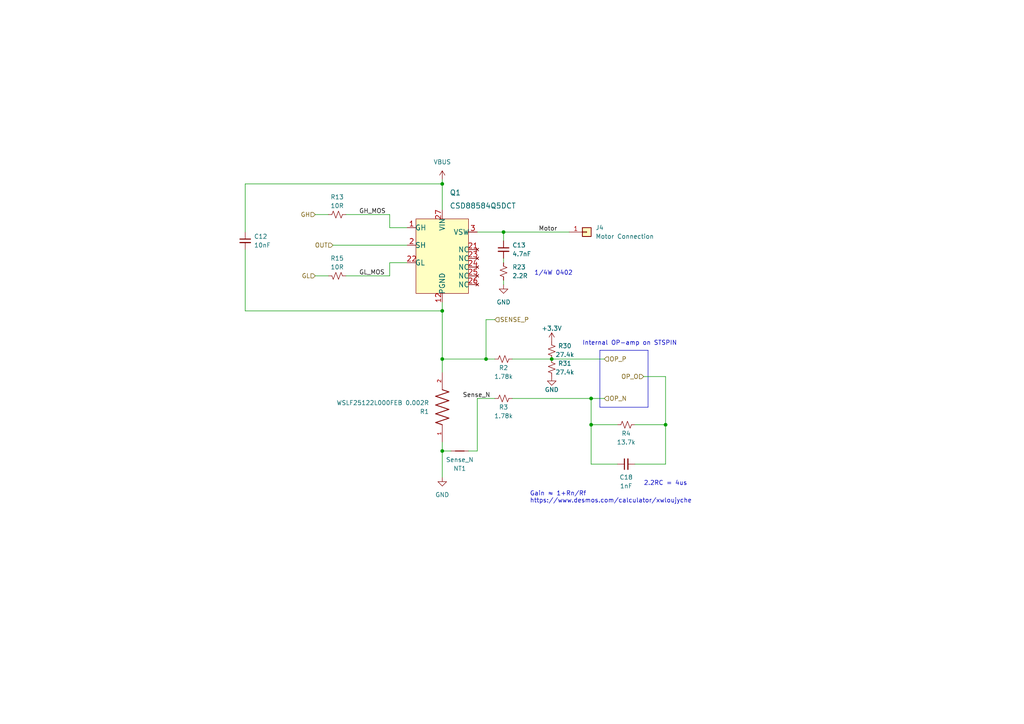
<source format=kicad_sch>
(kicad_sch (version 20230121) (generator eeschema)
  (paper "A4")
  (title_block (title "Ø32 BLDC Motor Controller") (date "2022-11-26") (rev "2"))
  (lib_symbols
    (symbol "Connector_Generic:Conn_01x01" (pin_names (offset 1.016) hide)
      (property "Reference" "J" (at 0 2.54 0))
      (property "Value" "Conn_01x01" (at 0 -2.54 0))
      (symbol "Conn_01x01_1_1"
        (rectangle (start -1.27 0.127) (end 0 -0.127) (stroke (width 0.1524)))
        (rectangle (start -1.27 1.27) (end 1.27 -1.27) (stroke (width 0.254)) (fill (type background)))
        (pin passive line (at -5.08 0 0) (length 3.81) (name "Pin_1") (number "1"))
      )
    )
    (symbol "Device:C_Small" (pin_numbers hide) (pin_names (offset 0.254) hide)
      (property "Reference" "C" (at 0.254 1.778 0))
      (property "Value" "C_Small" (at 0.254 -2.032 0))
      (symbol "C_Small_0_1"
        (polyline (pts (xy -1.524 -0.508) (xy 1.524 -0.508)) (stroke (width 0.3302)))
        (polyline (pts (xy -1.524 0.508) (xy 1.524 0.508)) (stroke (width 0.3048)))
      )
      (symbol "C_Small_1_1"
        (pin passive line (at 0 2.54 270) (length 2.032) (name "~") (number "1"))
        (pin passive line (at 0 -2.54 90) (length 2.032) (name "~") (number "2"))
      )
    )
    (symbol "Device:NetTie_2" (pin_numbers hide) (pin_names (offset 0) hide) (in_bom no)
      (property "Reference" "NT" (at 0 1.27 0))
      (property "Value" "NetTie_2" (at 0 -1.27 0))
      (symbol "NetTie_2_0_1"
        (polyline (pts (xy -1.27 0) (xy 1.27 0)) (stroke (width 0.254)))
      )
      (symbol "NetTie_2_1_1"
        (pin passive line (at -2.54 0 0) (length 2.54) (name "1") (number "1"))
        (pin passive line (at 2.54 0 180) (length 2.54) (name "2") (number "2"))
      )
    )
    (symbol "Device:R_Small_US" (pin_numbers hide) (pin_names (offset 0.254) hide)
      (property "Reference" "R" (at 0.762 0.508 0))
      (property "Value" "R_Small_US" (at 0.762 -1.016 0))
      (symbol "R_Small_US_1_1"
        (polyline (pts (xy 0 0) (xy 1.016 -0.381) (xy 0 -0.762) (xy -1.016 -1.143) (xy 0 -1.524)))
        (polyline (pts (xy 0 1.524) (xy 1.016 1.143) (xy 0 0.762) (xy -1.016 0.381) (xy 0 0)))
        (pin passive line (at 0 2.54 270) (length 1.016) (name "~") (number "1"))
        (pin passive line (at 0 -2.54 90) (length 1.016) (name "~") (number "2"))
      )
    )
    (symbol "O32controller:CSD88584Q5DCT" (pin_names (offset -0.254))
      (property "Reference" "Q" (at 0 0 0))
      (property "Value" "CSD88584Q5DCT" (at 0 -31.75 0))
      (property "Datasheet" "https://www.ti.com/lit/ds/symlink/csd88584q5dc.pdf" (at 0 -35.56 0))
      (symbol "CSD88584Q5DCT_0_1"
        (rectangle (start -7.62 7.62) (end 7.62 -13.97) (fill (type background)))
      )
      (symbol "CSD88584Q5DCT_1_1"
        (pin input line (at -10.16 5.08 0) (length 2.54) (name "GH") (number "1"))
        (pin power_out line (at 0 -16.51 90) (length 2.54) (name "PGND") (number "12"))
        (pin output line (at -10.16 0 0) (length 2.54) (name "SH") (number "2"))
        (pin no_connect line (at 10.16 -1.27 180) (length 2.54) (name "NC") (number "21"))
        (pin input line (at -10.16 -5.08 0) (length 2.54) (name "GL") (number "22"))
        (pin no_connect line (at 10.16 -3.81 180) (length 2.54) (name "NC") (number "23"))
        (pin no_connect line (at 10.16 -6.35 180) (length 2.54) (name "NC") (number "24"))
        (pin no_connect line (at 10.16 -8.89 180) (length 2.54) (name "NC") (number "25"))
        (pin no_connect line (at 10.16 -11.43 180) (length 2.54) (name "NC") (number "26"))
        (pin power_in line (at 0 10.16 270) (length 2.54) (name "VIN") (number "27"))
        (pin output line (at 10.16 3.81 180) (length 2.54) (name "VSW") (number "3"))
      )
    )
    (symbol "O32controller:WFCP06124L000FE66" (pin_names (offset 1.016))
      (property "Reference" "R" (at -7.6244 2.5415 0))
      (property "Value" "WFCP06124L000FE66" (at -7.63 -5.0866 0))
      (symbol "WFCP06124L000FE66_0_0"
        (polyline (pts (xy -5.08 0) (xy -4.445 1.905)) (stroke (width 0.254)))
        (polyline (pts (xy -4.445 1.905) (xy -3.175 -1.905)) (stroke (width 0.254)))
        (polyline (pts (xy -3.175 -1.905) (xy -1.905 1.905)) (stroke (width 0.254)))
        (polyline (pts (xy -1.905 1.905) (xy -0.635 -1.905)) (stroke (width 0.254)))
        (polyline (pts (xy -0.635 -1.905) (xy 0.635 1.905)) (stroke (width 0.254)))
        (polyline (pts (xy 0.635 1.905) (xy 1.905 -1.905)) (stroke (width 0.254)))
        (polyline (pts (xy 1.905 -1.905) (xy 3.175 1.905)) (stroke (width 0.254)))
        (polyline (pts (xy 3.175 1.905) (xy 4.445 -1.905)) (stroke (width 0.254)))
        (polyline (pts (xy 4.445 -1.905) (xy 5.08 0)) (stroke (width 0.254)))
        (pin passive line (at -10.16 0 0) (length 5.08) (name "~") (number "1"))
        (pin passive line (at 10.16 0 180) (length 5.08) (name "~") (number "2"))
      )
    )
    (symbol "power:+3.3V" (power) (pin_names (offset 0))
      (property "Value" "+3.3V" (at 0 3.556 0))
      (symbol "+3.3V_0_1"
        (polyline (pts (xy -0.762 1.27) (xy 0 2.54)))
        (polyline (pts (xy 0 0) (xy 0 2.54)))
        (polyline (pts (xy 0 2.54) (xy 0.762 1.27)))
      )
      (symbol "+3.3V_1_1"
        (pin power_in line (at 0 0 90) (length 0) hide (name "+3.3V") (number "1"))
      )
    )
    (symbol "power:GND" (power) (pin_names (offset 0))
      (property "Value" "GND" (at 0 -3.81 0))
      (symbol "GND_0_1"
        (polyline (pts (xy 0 0) (xy 0 -1.27) (xy 1.27 -1.27) (xy 0 -2.54) (xy -1.27 -1.27) (xy 0 -1.27)))
      )
      (symbol "GND_1_1"
        (pin power_in line (at 0 0 270) (length 0) hide (name "GND") (number "1"))
      )
    )
    (symbol "power:VBUS" (power) (pin_names (offset 0))
      (property "Value" "VBUS" (at 0 3.81 0))
      (symbol "VBUS_0_1"
        (polyline (pts (xy -0.762 1.27) (xy 0 2.54)))
        (polyline (pts (xy 0 0) (xy 0 2.54)))
        (polyline (pts (xy 0 2.54) (xy 0.762 1.27)))
      )
      (symbol "VBUS_1_1"
        (pin power_in line (at 0 0 90) (length 0) hide (name "VBUS") (number "1"))
      )
    )
  )
  (junction (at 128.27 104.14))
  (junction (at 171.45 115.57))
  (junction (at 128.27 90.17))
  (junction (at 171.45 123.19))
  (junction (at 140.97 104.14))
  (junction (at 146.05 67.31))
  (junction (at 128.27 130.81))
  (junction (at 160.02 104.14))
  (junction (at 193.04 123.19))
  (junction (at 128.27 53.34))
  (wire (pts (xy 148.59 115.57) (xy 171.45 115.57)))
  (wire (pts (xy 179.07 123.19) (xy 171.45 123.19)))
  (wire (pts (xy 138.43 67.31) (xy 146.05 67.31)))
  (wire (pts (xy 193.04 134.62) (xy 193.04 123.19)))
  (wire (pts (xy 128.27 90.17) (xy 128.27 104.14)))
  (wire (pts (xy 184.15 134.62) (xy 193.04 134.62)))
  (wire (pts (xy 171.45 115.57) (xy 171.45 123.19)))
  (wire (pts (xy 140.97 104.14) (xy 143.51 104.14)))
  (wire (pts (xy 128.27 128.27) (xy 128.27 130.81)))
  (wire (pts (xy 184.15 123.19) (xy 193.04 123.19)))
  (polyline (pts (xy 173.99 101.6) (xy 187.96 101.6)))
  (wire (pts (xy 138.43 115.57) (xy 138.43 130.81)))
  (wire (pts (xy 148.59 104.14) (xy 160.02 104.14)))
  (wire (pts (xy 128.27 53.34) (xy 128.27 60.96)))
  (wire (pts (xy 113.03 76.2) (xy 113.03 80.01)))
  (wire (pts (xy 128.27 130.81) (xy 128.27 138.43)))
  (wire (pts (xy 171.45 134.62) (xy 171.45 123.19)))
  (wire (pts (xy 146.05 67.31) (xy 165.1 67.31)))
  (wire (pts (xy 118.11 76.2) (xy 113.03 76.2)))
  (wire (pts (xy 171.45 115.57) (xy 175.26 115.57)))
  (wire (pts (xy 113.03 80.01) (xy 100.33 80.01)))
  (wire (pts (xy 193.04 109.22) (xy 193.04 123.19)))
  (wire (pts (xy 128.27 52.07) (xy 128.27 53.34)))
  (wire (pts (xy 140.97 92.71) (xy 140.97 104.14)))
  (wire (pts (xy 71.12 90.17) (xy 71.12 72.39)))
  (wire (pts (xy 160.02 104.14) (xy 175.26 104.14)))
  (wire (pts (xy 118.11 66.04) (xy 113.03 66.04)))
  (wire (pts (xy 91.44 80.01) (xy 95.25 80.01)))
  (wire (pts (xy 143.51 92.71) (xy 140.97 92.71)))
  (wire (pts (xy 71.12 67.31) (xy 71.12 53.34)))
  (wire (pts (xy 128.27 130.81) (xy 130.81 130.81)))
  (wire (pts (xy 146.05 74.93) (xy 146.05 76.2)))
  (wire (pts (xy 113.03 66.04) (xy 113.03 62.23)))
  (polyline (pts (xy 173.99 101.6) (xy 173.99 118.11)))
  (wire (pts (xy 179.07 134.62) (xy 171.45 134.62)))
  (wire (pts (xy 138.43 115.57) (xy 143.51 115.57)))
  (wire (pts (xy 96.5754 71.12) (xy 118.11 71.12)))
  (wire (pts (xy 146.05 82.55) (xy 146.05 81.28)))
  (wire (pts (xy 193.04 109.22) (xy 186.69 109.22)))
  (wire (pts (xy 128.27 87.63) (xy 128.27 90.17)))
  (polyline (pts (xy 187.96 118.11) (xy 187.96 101.6)))
  (wire (pts (xy 128.27 104.14) (xy 128.27 107.95)))
  (wire (pts (xy 91.44 62.23) (xy 95.25 62.23)))
  (wire (pts (xy 128.27 90.17) (xy 71.12 90.17)))
  (wire (pts (xy 128.27 104.14) (xy 140.97 104.14)))
  (polyline (pts (xy 173.99 118.11) (xy 187.96 118.11)))
  (wire (pts (xy 138.43 130.81) (xy 135.89 130.81)))
  (wire (pts (xy 71.12 53.34) (xy 128.27 53.34)))
  (wire (pts (xy 100.33 62.23) (xy 113.03 62.23)))
  (wire (pts (xy 146.05 69.85) (xy 146.05 67.31)))
  (text "Internal OP-amp on STSPIN" (at 168.91 100.33 0) (effects (font (size 1.27 1.27)) (justify left bottom)))
  (text "2.2RC = 4us" (at 186.69 140.97 0) (effects (font (size 1.27 1.27)) (justify left bottom)))
  (text "Gain ≈ 1+Rn/Rf\nhttps://www.desmos.com/calculator/xwloujyche" (at 153.67 146.05 0) (effects (font (size 1.27 1.27)) (justify left bottom)))
  (text "1/4W 0402\n" (at 154.94 80.01 0) (effects (font (size 1.27 1.27)) (justify left bottom)))
  (label "Sense_N" (at 142.24 115.57 180))
  (label "Motor" (at 156.21 67.31 0))
  (label "GL_MOS" (at 104.14 80.01 0))
  (label "GH_MOS" (at 104.14 62.23 0))
  (hierarchical_label "GL" (shape input) (at 91.44 80.01 180))
  (hierarchical_label "OP_P" (shape input) (at 175.26 104.14 0))
  (hierarchical_label "OP_O" (shape input) (at 186.69 109.22 180))
  (hierarchical_label "OP_N" (shape input) (at 175.26 115.57 0))
  (hierarchical_label "SENSE_P" (shape input) (at 143.51 92.71 0))
  (hierarchical_label "GH" (shape input) (at 91.44 62.23 180))
  (hierarchical_label "OUT" (shape input) (at 96.5754 71.12 180))
  (symbol (lib_id "Device:R_Small_US") (at 146.05 104.14 90) (unit 1)
    (property "Reference" "R2" (at 146.05 106.68 90))
    (property "Value" "1.78k" (at 146.05 109.22 90))
    (property "Footprint" "Resistor_SMD:R_0402_1005Metric" (effects hide))
    (property "MP" "RC0402FR-071K78L " (effects hide))
    (instances (project "O32controller" (path "" (reference "R2") (unit 1)) (path "" (reference "R6") (unit 1)) (path "" (reference "R10") (unit 1))))
  )
  (symbol (lib_id "Device:R_Small_US") (at 97.79 80.01 270) (mirror x) (unit 1)
    (property "Reference" "R15" (at 97.79 74.93 90))
    (property "Value" "10R" (at 97.79 77.47 90))
    (property "Footprint" "Resistor_SMD:R_0402_1005Metric" (effects hide))
    (property "MP" "RCS040210R0FKED " (effects hide))
    (instances (project "O32controller" (path "" (reference "R15") (unit 1)) (path "" (reference "R18") (unit 1)) (path "" (reference "R21") (unit 1))))
  )
  (symbol (lib_id "power:VBUS") (at 128.27 52.07 0) (unit 1)
    (property "Reference" "#PWR0102" (effects hide))
    (property "Value" "VBUS" (at 128.27 46.99 0))
    (instances (project "O32controller" (path "" (reference "#PWR0102") (unit 1)) (path "" (reference "#PWR0103") (unit 1)) (path "" (reference "#PWR0104") (unit 1))))
  )
  (symbol (lib_id "Device:R_Small_US") (at 146.05 78.74 0) (unit 1)
    (property "Reference" "R23" (at 148.59 77.47 0) (effects (justify left)))
    (property "Value" "2.2R" (at 148.59 80.01 0) (effects (justify left)))
    (property "Footprint" "Resistor_SMD:R_0402_1005Metric" (effects hide))
    (property "MP" "SG73P1EWTTP2R20F " (effects hide))
    (instances (project "O32controller" (path "" (reference "R23") (unit 1)) (path "" (reference "R24") (unit 1)) (path "" (reference "R25") (unit 1))))
  )
  (symbol (lib_id "power:GND") (at 128.27 138.43 0) (unit 1)
    (property "Reference" "#PWR018" (effects hide))
    (property "Value" "GND" (at 128.27 143.51 0))
    (instances (project "O32controller" (path "" (reference "#PWR018") (unit 1)) (path "" (reference "#PWR019") (unit 1)) (path "" (reference "#PWR020") (unit 1))))
  )
  (symbol (lib_id "Device:NetTie_2") (at 133.35 130.81 180) (unit 1) (in_bom no)
    (property "Reference" "NT1" (at 133.35 135.89 0))
    (property "Value" "Sense_N" (at 133.35 133.35 0))
    (property "Footprint" "O32controller:NetTie-2_SMD_Pad0.25mm" (effects hide))
    (instances (project "O32controller" (path "" (reference "NT1") (unit 1)) (path "" (reference "NT2") (unit 1)) (path "" (reference "NT3") (unit 1))))
  )
  (symbol (lib_id "Device:C_Small") (at 146.05 72.39 0) (unit 1)
    (property "Reference" "C13" (at 148.59 71.12 0) (effects (justify left)))
    (property "Value" "4.7nF" (at 148.59 73.6662 0) (effects (justify left)))
    (property "Footprint" "Capacitor_SMD:C_0402_1005Metric" (effects hide))
    (property "MP" "GRM155R72A472KA01D" (effects hide))
    (instances (project "O32controller" (path "" (reference "C13") (unit 1)) (path "" (reference "C15") (unit 1)) (path "" (reference "C17") (unit 1))))
  )
  (symbol (lib_id "power:+3.3V") (at 160.02 99.06 0) (unit 1)
    (property "Reference" "#PWR0128" (effects hide))
    (property "Value" "+3.3V" (at 160.02 95.25 0))
    (instances (project "O32controller" (path "" (reference "#PWR0128") (unit 1)) (path "" (reference "#PWR0130") (unit 1)) (path "" (reference "#PWR0132") (unit 1))))
  )
  (symbol (lib_id "Device:C_Small") (at 71.12 69.85 0) (unit 1)
    (property "Reference" "C12" (at 73.66 68.5862 0) (effects (justify left)))
    (property "Value" "10nF" (at 73.66 71.1262 0) (effects (justify left)))
    (property "Footprint" "Capacitor_SMD:C_0402_1005Metric" (effects hide))
    (property "MP" "CL05B103KB5NNNC" (effects hide))
    (instances (project "O32controller" (path "" (reference "C12") (unit 1)) (path "" (reference "C14") (unit 1)) (path "" (reference "C16") (unit 1))))
  )
  (symbol (lib_id "Device:R_Small_US") (at 160.02 101.6 180) (unit 1)
    (property "Reference" "R30" (at 163.83 100.33 0))
    (property "Value" "27.4k" (at 163.83 102.87 0))
    (property "Footprint" "Resistor_SMD:R_0402_1005Metric" (effects hide))
    (property "MP" "RC0402FR-0727K4L " (effects hide))
    (instances (project "O32controller" (path "" (reference "R30") (unit 1)) (path "" (reference "R32") (unit 1)) (path "" (reference "R34") (unit 1))))
  )
  (symbol (lib_id "Device:R_Small_US") (at 160.02 106.68 180) (unit 1)
    (property "Reference" "R31" (at 163.83 105.41 0))
    (property "Value" "27.4k" (at 163.83 107.95 0))
    (property "Footprint" "Resistor_SMD:R_0402_1005Metric" (effects hide))
    (property "MP" "RC0402FR-0727K4L " (effects hide))
    (instances (project "O32controller" (path "" (reference "R31") (unit 1)) (path "" (reference "R33") (unit 1)) (path "" (reference "R35") (unit 1))))
  )
  (symbol (lib_id "Device:R_Small_US") (at 181.61 123.19 90) (unit 1)
    (property "Reference" "R4" (at 181.61 125.73 90))
    (property "Value" "13.7k" (at 181.61 128.27 90))
    (property "Footprint" "Resistor_SMD:R_0402_1005Metric" (effects hide))
    (property "MP" "RC0402FR-0713K7L " (effects hide))
    (instances (project "O32controller" (path "" (reference "R4") (unit 1)) (path "" (reference "R8") (unit 1)) (path "" (reference "R12") (unit 1))))
  )
  (symbol (lib_id "power:GND") (at 146.05 82.55 0) (unit 1)
    (property "Reference" "#PWR0115" (effects hide))
    (property "Value" "GND" (at 146.05 87.63 0))
    (instances (project "O32controller" (path "" (reference "#PWR0115") (unit 1)) (path "" (reference "#PWR0116") (unit 1)) (path "" (reference "#PWR0117") (unit 1))))
  )
  (symbol (lib_id "Connector_Generic:Conn_01x01") (at 170.18 67.31 0) (unit 1) (in_bom no)
    (property "Reference" "J4" (at 172.72 66.0399 0) (effects (justify left)))
    (property "Value" "Motor Connection" (at 172.72 68.5799 0) (effects (justify left)))
    (property "Footprint" "O32controller:SolderWire-Actual_1x01_D1.7mm_OD_2.75mm" (effects hide))
    (instances (project "O32controller" (path "" (reference "J4") (unit 1)) (path "" (reference "J5") (unit 1)) (path "" (reference "J6") (unit 1))))
  )
  (symbol (lib_id "Device:C_Small") (at 181.61 134.62 90) (unit 1)
    (property "Reference" "C18" (at 181.61 138.43 90))
    (property "Value" "1nF" (at 181.61 140.97 90))
    (property "Footprint" "Capacitor_SMD:C_0402_1005Metric" (effects hide))
    (property "MP" "CC0402MRX7R9BB102" (effects hide))
    (instances (project "O32controller" (path "" (reference "C18") (unit 1)) (path "" (reference "C19") (unit 1)) (path "" (reference "C20") (unit 1))))
  )
  (symbol (lib_id "O32controller:CSD88584Q5DCT") (at 128.27 71.12 0) (unit 1)
    (property "Reference" "Q1" (at 130.4151 55.88 0) (effects (font (size 1.524 1.524)) (justify left)))
    (property "Value" "CSD88584Q5DCT" (at 130.4151 59.69 0) (effects (font (size 1.524 1.524)) (justify left)))
    (property "Footprint" "O32controller:CSD88584Q5DCT" (effects hide))
    (property "Datasheet" "https://www.ti.com/lit/ds/symlink/csd88584q5dc.pdf" (effects hide))
    (property "MP" "CSD88584Q5DCT" (effects hide))
    (instances (project "O32controller" (path "" (reference "Q1") (unit 1)) (path "" (reference "Q2") (unit 1)) (path "" (reference "Q3") (unit 1))))
  )
  (symbol (lib_id "O32controller:WFCP06124L000FE66") (at 128.27 118.11 90) (unit 1)
    (property "Reference" "R1" (at 124.46 119.3801 90) (effects (justify left)))
    (property "Value" "WSLF25122L000FEB 0.002R" (at 124.46 116.8401 90) (effects (justify left)))
    (property "Footprint" "O32controller:R_Shunt_2512_6332Metric" (effects hide))
    (property "Datasheet" "https://www.vishay.com/docs/30193/wslf.pdf" (effects hide))
    (property "MP" "WSLF25122L000FEB 0.002R" (effects hide))
    (instances (project "O32controller" (path "" (reference "R1") (unit 1)) (path "" (reference "R5") (unit 1)) (path "" (reference "R9") (unit 1))))
  )
  (symbol (lib_id "Device:R_Small_US") (at 97.79 62.23 90) (unit 1)
    (property "Reference" "R13" (at 97.79 57.15 90))
    (property "Value" "10R" (at 97.79 59.69 90))
    (property "Footprint" "Resistor_SMD:R_0402_1005Metric" (effects hide))
    (property "MP" "RCS040210R0FKED " (effects hide))
    (instances (project "O32controller" (path "" (reference "R13") (unit 1)) (path "" (reference "R16") (unit 1)) (path "" (reference "R19") (unit 1))))
  )
  (symbol (lib_id "power:GND") (at 160.02 109.22 0) (unit 1)
    (property "Reference" "#PWR0127" (effects hide))
    (property "Value" "GND" (at 160.02 113.03 0))
    (instances (project "O32controller" (path "" (reference "#PWR0127") (unit 1)) (path "" (reference "#PWR0129") (unit 1)) (path "" (reference "#PWR0131") (unit 1))))
  )
  (symbol (lib_id "Device:R_Small_US") (at 146.05 115.57 90) (unit 1)
    (property "Reference" "R3" (at 146.05 118.11 90))
    (property "Value" "1.78k" (at 146.05 120.65 90))
    (property "Footprint" "Resistor_SMD:R_0402_1005Metric" (effects hide))
    (property "MP" "RC0402FR-071K78L " (effects hide))
    (instances (project "O32controller" (path "" (reference "R3") (unit 1)) (path "" (reference "R7") (unit 1)) (path "" (reference "R11") (unit 1))))
  )
)
</source>
